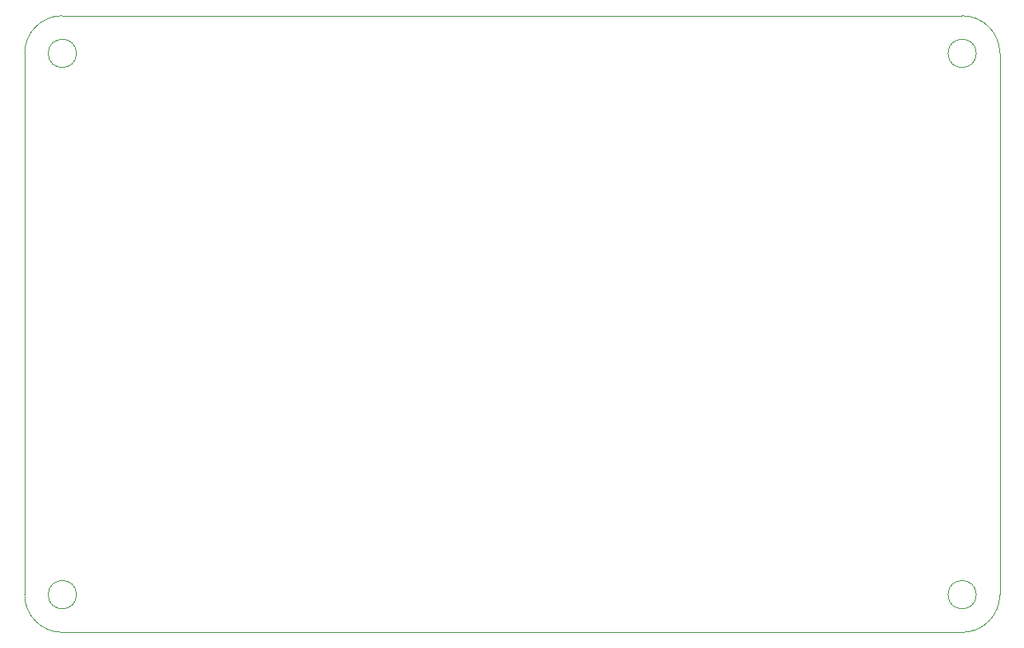
<source format=gm1>
%TF.GenerationSoftware,KiCad,Pcbnew,9.0.2*%
%TF.CreationDate,2025-06-08T07:26:58-06:00*%
%TF.ProjectId,Pico_H-bridge_complete,5069636f-5f48-42d6-9272-696467655f63,rev?*%
%TF.SameCoordinates,Original*%
%TF.FileFunction,Profile,NP*%
%FSLAX46Y46*%
G04 Gerber Fmt 4.6, Leading zero omitted, Abs format (unit mm)*
G04 Created by KiCad (PCBNEW 9.0.2) date 2025-06-08 07:26:58*
%MOMM*%
%LPD*%
G01*
G04 APERTURE LIST*
%TA.AperFunction,Profile*%
%ADD10C,0.050000*%
%TD*%
G04 APERTURE END LIST*
D10*
X87000000Y-120500000D02*
G75*
G02*
X83000000Y-116500000I0J4000000D01*
G01*
X183950000Y-59000000D02*
G75*
G02*
X180950000Y-59000000I-1500000J0D01*
G01*
X180950000Y-59000000D02*
G75*
G02*
X183950000Y-59000000I1500000J0D01*
G01*
X183950000Y-116500000D02*
G75*
G02*
X180950000Y-116500000I-1500000J0D01*
G01*
X180950000Y-116500000D02*
G75*
G02*
X183950000Y-116500000I1500000J0D01*
G01*
X87000000Y-120500000D02*
X182450000Y-120500000D01*
X182450000Y-55000000D02*
G75*
G02*
X186450000Y-59000000I0J-4000000D01*
G01*
X83000000Y-59000000D02*
G75*
G02*
X87000000Y-55000000I4000000J0D01*
G01*
X83000000Y-59000000D02*
X83000000Y-116500000D01*
X88500000Y-116500000D02*
G75*
G02*
X85500000Y-116500000I-1500000J0D01*
G01*
X85500000Y-116500000D02*
G75*
G02*
X88500000Y-116500000I1500000J0D01*
G01*
X182450000Y-55000000D02*
X87000000Y-55000000D01*
X186450000Y-116500000D02*
G75*
G02*
X182450000Y-120500000I-4000000J0D01*
G01*
X186450000Y-59000000D02*
X186450000Y-116500000D01*
X88500000Y-59000000D02*
G75*
G02*
X85500000Y-59000000I-1500000J0D01*
G01*
X85500000Y-59000000D02*
G75*
G02*
X88500000Y-59000000I1500000J0D01*
G01*
M02*

</source>
